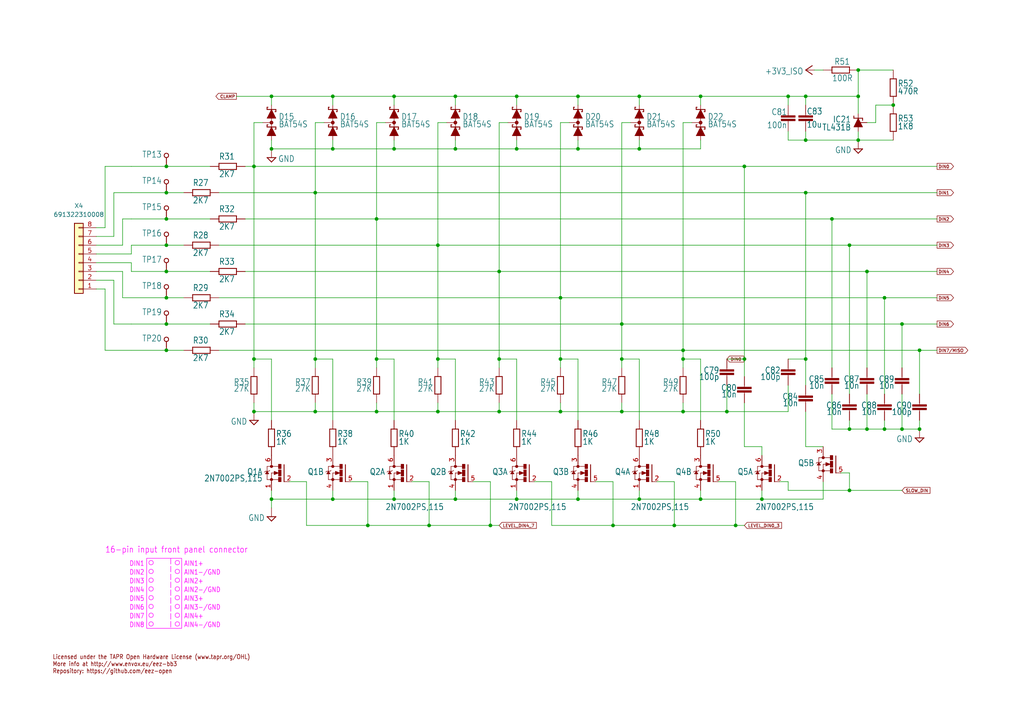
<source format=kicad_sch>
(kicad_sch (version 20230121) (generator eeschema)
  (paper "A4")
  (title_block (title "EEZ DIB MIO168") (date "2024-01-19") (rev "r3B1") (company "Envox d.o.o.") (comment 1 "https://www.envox.eu"))
  (junction (at 48.26 71.12))
  (junction (at 246.38 71.12))
  (junction (at 91.44 119.38))
  (junction (at 127 71.12))
  (junction (at 149.86 144.78))
  (junction (at 203.2 144.78))
  (junction (at 233.68 104.14))
  (junction (at 109.22 119.38))
  (junction (at 180.34 104.14))
  (junction (at 114.3 27.94))
  (junction (at 228.6 27.94))
  (junction (at 96.52 144.78))
  (junction (at 91.44 55.88))
  (junction (at 114.3 144.78))
  (junction (at 162.56 86.36))
  (junction (at 127 104.14))
  (junction (at 251.46 124.46))
  (junction (at 198.12 119.38))
  (junction (at 127 119.38))
  (junction (at 106.68 152.4))
  (junction (at 248.92 27.94))
  (junction (at 91.44 104.14))
  (junction (at 198.12 104.14))
  (junction (at 144.78 104.14))
  (junction (at 261.62 124.46))
  (junction (at 73.66 119.38))
  (junction (at 48.26 86.36))
  (junction (at 215.9 104.14))
  (junction (at 96.52 43.18))
  (junction (at 259.08 30.48))
  (junction (at 167.64 43.18))
  (junction (at 198.12 101.6))
  (junction (at 162.56 104.14))
  (junction (at 246.38 142.24))
  (junction (at 177.8 152.4))
  (junction (at 144.78 78.74))
  (junction (at 266.7 101.6))
  (junction (at 48.26 48.26))
  (junction (at 48.26 101.6))
  (junction (at 246.38 124.46))
  (junction (at 233.68 27.94))
  (junction (at 261.62 93.98))
  (junction (at 180.34 93.98))
  (junction (at 96.52 27.94))
  (junction (at 180.34 119.38))
  (junction (at 233.68 40.64))
  (junction (at 78.74 144.78))
  (junction (at 251.46 78.74))
  (junction (at 144.78 119.38))
  (junction (at 167.64 144.78))
  (junction (at 114.3 43.18))
  (junction (at 220.98 144.78))
  (junction (at 78.74 27.94))
  (junction (at 195.58 152.4))
  (junction (at 162.56 119.38))
  (junction (at 48.26 78.74))
  (junction (at 132.08 27.94))
  (junction (at 109.22 63.5))
  (junction (at 248.92 40.64))
  (junction (at 213.36 152.4))
  (junction (at 48.26 93.98))
  (junction (at 109.22 104.14))
  (junction (at 185.42 27.94))
  (junction (at 142.24 152.4))
  (junction (at 210.82 119.38))
  (junction (at 124.46 152.4))
  (junction (at 73.66 48.26))
  (junction (at 78.74 43.18))
  (junction (at 132.08 43.18))
  (junction (at 48.26 55.88))
  (junction (at 132.08 144.78))
  (junction (at 149.86 27.94))
  (junction (at 167.64 27.94))
  (junction (at 266.7 124.46))
  (junction (at 215.9 48.26))
  (junction (at 241.3 63.5))
  (junction (at 73.66 104.14))
  (junction (at 248.92 20.32))
  (junction (at 149.86 43.18))
  (junction (at 256.54 124.46))
  (junction (at 256.54 86.36))
  (junction (at 185.42 43.18))
  (junction (at 48.26 63.5))
  (junction (at 185.42 144.78))
  (junction (at 233.68 55.88))
  (junction (at 203.2 27.94))
  (wire (pts (xy 246.38 71.12) (xy 271.78 71.12)) (stroke (width 0.1524)))
  (wire (pts (xy 180.34 119.38) (xy 180.34 116.84)) (stroke (width 0.1524)))
  (wire (pts (xy 228.6 40.64) (xy 228.6 38.1)) (stroke (width 0.1524)))
  (wire (pts (xy 198.12 106.68) (xy 198.12 104.14)) (stroke (width 0.1524)))
  (wire (pts (xy 254 35.56) (xy 251.46 35.56)) (stroke (width 0.1524)))
  (wire (pts (xy 78.74 104.14) (xy 78.74 121.92)) (stroke (width 0.1524)))
  (wire (pts (xy 228.6 30.48) (xy 228.6 27.94)) (stroke (width 0.1524)))
  (wire (pts (xy 88.9 139.7) (xy 88.9 152.4)) (stroke (width 0.1524)))
  (wire (pts (xy 185.42 104.14) (xy 185.42 121.92)) (stroke (width 0.1524)))
  (wire (pts (xy 114.3 27.94) (xy 132.08 27.94)) (stroke (width 0.1524)))
  (wire (pts (xy 180.34 35.56) (xy 180.34 93.98)) (stroke (width 0.1524)))
  (wire (pts (xy 27.94 68.58) (xy 33.02 68.58)))
  (wire (pts (xy 233.68 27.94) (xy 248.92 27.94)) (stroke (width 0.1524)))
  (wire (pts (xy 266.7 101.6) (xy 198.12 101.6)) (stroke (width 0.1524)))
  (wire (pts (xy 246.38 114.3) (xy 246.38 71.12)) (stroke (width 0.1524)))
  (wire (pts (xy 215.9 109.22) (xy 215.9 104.14)) (stroke (width 0.1524)))
  (wire (pts (xy 248.92 20.32) (xy 259.08 20.32)) (stroke (width 0.1524)))
  (wire (pts (xy 132.08 43.18) (xy 132.08 40.64)) (stroke (width 0.1524)))
  (wire (pts (xy 38.1 86.36) (xy 48.26 86.36)) (stroke (width 0.1524)))
  (wire (pts (xy 167.64 104.14) (xy 167.64 121.92)) (stroke (width 0.1524)))
  (wire (pts (xy 91.44 55.88) (xy 63.5 55.88)) (stroke (width 0.1524)))
  (wire (pts (xy 149.86 27.94) (xy 167.64 27.94)) (stroke (width 0.1524)))
  (wire (pts (xy 144.78 35.56) (xy 144.78 78.74)) (stroke (width 0.1524)))
  (wire (pts (xy 27.94 83.82) (xy 30.48 83.82)))
  (wire (pts (xy 27.94 73.66) (xy 38.1 73.66)))
  (wire (pts (xy 27.94 81.28) (xy 33.02 81.28)))
  (wire (pts (xy 27.94 66.04) (xy 30.48 66.04)))
  (wire (pts (xy 198.12 101.6) (xy 63.5 101.6)) (stroke (width 0.1524)))
  (wire (pts (xy 248.92 27.94) (xy 248.92 33.02)) (stroke (width 0.1524)))
  (wire (pts (xy 38.1 78.74) (xy 48.26 78.74)) (stroke (width 0.1524)))
  (wire (pts (xy 233.68 129.54) (xy 238.76 129.54)) (stroke (width 0.1524)))
  (wire (pts (xy 246.38 137.16) (xy 246.38 142.24)))
  (wire (pts (xy 203.2 27.94) (xy 228.6 27.94)) (stroke (width 0.1524)))
  (wire (pts (xy 198.12 119.38) (xy 198.12 116.84)) (stroke (width 0.1524)))
  (wire (pts (xy 38.1 55.88) (xy 48.26 55.88)) (stroke (width 0.1524)))
  (wire (pts (xy 35.56 86.36) (xy 38.1 86.36)))
  (wire (pts (xy 33.02 93.98) (xy 38.1 93.98)))
  (wire (pts (xy 93.98 35.56) (xy 91.44 35.56)) (stroke (width 0.1524)))
  (wire (pts (xy 132.08 27.94) (xy 132.08 30.48)) (stroke (width 0.1524)))
  (wire (pts (xy 91.44 106.68) (xy 91.44 104.14)) (stroke (width 0.1524)))
  (wire (pts (xy 251.46 78.74) (xy 271.78 78.74)) (stroke (width 0.1524)))
  (wire (pts (xy 124.46 139.7) (xy 119.38 139.7)) (stroke (width 0.1524)))
  (wire (pts (xy 246.38 124.46) (xy 241.3 124.46)) (stroke (width 0.1524)))
  (wire (pts (xy 248.92 38.1) (xy 248.92 40.64)) (stroke (width 0.1524)))
  (wire (pts (xy 106.68 139.7) (xy 101.6 139.7)) (stroke (width 0.1524)))
  (wire (pts (xy 124.46 139.7) (xy 124.46 152.4)) (stroke (width 0.1524)))
  (wire (pts (xy 30.48 83.82) (xy 30.48 101.6)))
  (wire (pts (xy 106.68 152.4) (xy 88.9 152.4)) (stroke (width 0.1524)))
  (wire (pts (xy 78.74 43.18) (xy 96.52 43.18)) (stroke (width 0.1524)))
  (wire (pts (xy 33.02 81.28) (xy 33.02 93.98)))
  (wire (pts (xy 167.64 27.94) (xy 167.64 30.48)) (stroke (width 0.1524)))
  (wire (pts (xy 162.56 104.14) (xy 167.64 104.14)) (stroke (width 0.1524)))
  (wire (pts (xy 198.12 35.56) (xy 198.12 101.6)) (stroke (width 0.1524)))
  (wire (pts (xy 78.74 30.48) (xy 78.74 27.94)) (stroke (width 0.1524)))
  (wire (pts (xy 167.64 144.78) (xy 149.86 144.78)) (stroke (width 0.1524)))
  (wire (pts (xy 106.68 139.7) (xy 106.68 152.4)) (stroke (width 0.1524)))
  (wire (pts (xy 91.44 104.14) (xy 91.44 55.88)) (stroke (width 0.1524)))
  (wire (pts (xy 27.94 71.12) (xy 35.56 71.12)))
  (wire (pts (xy 198.12 104.14) (xy 198.12 101.6)) (stroke (width 0.1524)))
  (wire (pts (xy 127 119.38) (xy 127 116.84)) (stroke (width 0.1524)))
  (wire (pts (xy 38.1 63.5) (xy 48.26 63.5)) (stroke (width 0.1524)))
  (wire (pts (xy 38.1 71.12) (xy 38.1 73.66)))
  (wire (pts (xy 109.22 35.56) (xy 109.22 63.5)) (stroke (width 0.1524)))
  (wire (pts (xy 96.52 40.64) (xy 96.52 43.18)) (stroke (width 0.1524)))
  (wire (pts (xy 228.6 139.7) (xy 228.6 142.24)) (stroke (width 0.1524)))
  (wire (pts (xy 254 30.48) (xy 254 35.56)) (stroke (width 0.1524)))
  (wire (pts (xy 215.9 104.14) (xy 215.9 48.26)) (stroke (width 0.1524)))
  (wire (pts (xy 165.1 35.56) (xy 162.56 35.56)) (stroke (width 0.1524)))
  (wire (pts (xy 198.12 104.14) (xy 203.2 104.14)) (stroke (width 0.1524)))
  (wire (pts (xy 228.6 142.24) (xy 246.38 142.24)) (stroke (width 0.1524)))
  (wire (pts (xy 238.76 20.32) (xy 236.22 20.32)) (stroke (width 0.1524)))
  (wire (pts (xy 226.06 139.7) (xy 228.6 139.7)) (stroke (width 0.1524)))
  (wire (pts (xy 233.68 55.88) (xy 271.78 55.88)) (stroke (width 0.1524)))
  (wire (pts (xy 38.1 48.26) (xy 48.26 48.26)) (stroke (width 0.1524)))
  (wire (pts (xy 215.9 116.84) (xy 215.9 129.54)) (stroke (width 0.1524)))
  (wire (pts (xy 172.72 139.7) (xy 177.8 139.7)) (stroke (width 0.1524)))
  (wire (pts (xy 144.78 104.14) (xy 144.78 78.74)) (stroke (width 0.1524)))
  (wire (pts (xy 38.1 71.12) (xy 48.26 71.12)) (stroke (width 0.1524)))
  (wire (pts (xy 127 71.12) (xy 63.5 71.12)) (stroke (width 0.1524)))
  (wire (pts (xy 246.38 71.12) (xy 127 71.12)) (stroke (width 0.1524)))
  (wire (pts (xy 213.36 152.4) (xy 195.58 152.4)) (stroke (width 0.1524)))
  (wire (pts (xy 185.42 144.78) (xy 185.42 142.24)) (stroke (width 0.1524)))
  (wire (pts (xy 256.54 124.46) (xy 251.46 124.46)) (stroke (width 0.1524)))
  (wire (pts (xy 215.9 48.26) (xy 271.78 48.26)) (stroke (width 0.1524)))
  (wire (pts (xy 213.36 139.7) (xy 213.36 152.4)) (stroke (width 0.1524)))
  (wire (pts (xy 241.3 124.46) (xy 241.3 114.3)) (stroke (width 0.1524)))
  (wire (pts (xy 251.46 78.74) (xy 144.78 78.74)) (stroke (width 0.1524)))
  (wire (pts (xy 162.56 119.38) (xy 162.56 116.84)) (stroke (width 0.1524)))
  (wire (pts (xy 185.42 43.18) (xy 203.2 43.18)) (stroke (width 0.1524)))
  (wire (pts (xy 78.74 27.94) (xy 96.52 27.94)) (stroke (width 0.1524)))
  (wire (pts (xy 48.26 48.26) (xy 60.96 48.26)) (stroke (width 0.1524)))
  (wire (pts (xy 144.78 119.38) (xy 162.56 119.38)) (stroke (width 0.1524)))
  (wire (pts (xy 180.34 106.68) (xy 180.34 104.14)) (stroke (width 0.1524)))
  (wire (pts (xy 73.66 48.26) (xy 71.12 48.26)) (stroke (width 0.1524)))
  (wire (pts (xy 256.54 114.3) (xy 256.54 86.36)) (stroke (width 0.1524)))
  (wire (pts (xy 96.52 104.14) (xy 96.52 121.92)) (stroke (width 0.1524)))
  (wire (pts (xy 114.3 144.78) (xy 96.52 144.78)) (stroke (width 0.1524)))
  (wire (pts (xy 149.86 144.78) (xy 149.86 142.24)) (stroke (width 0.1524)))
  (wire (pts (xy 185.42 144.78) (xy 167.64 144.78)) (stroke (width 0.1524)))
  (polyline (pts (xy 49.53 161.925) (xy 49.53 182.245)) (stroke (width 0.1524) (type dash) (color 255 0 255 1)))
  (wire (pts (xy 259.08 40.64) (xy 248.92 40.64)) (stroke (width 0.1524)))
  (wire (pts (xy 124.46 152.4) (xy 106.68 152.4)) (stroke (width 0.1524)))
  (wire (pts (xy 162.56 106.68) (xy 162.56 104.14)) (stroke (width 0.1524)))
  (wire (pts (xy 48.26 86.36) (xy 53.34 86.36)) (stroke (width 0.1524)))
  (wire (pts (xy 114.3 104.14) (xy 114.3 121.92)) (stroke (width 0.1524)))
  (wire (pts (xy 144.78 119.38) (xy 144.78 116.84)) (stroke (width 0.1524)))
  (wire (pts (xy 73.66 104.14) (xy 73.66 48.26)) (stroke (width 0.1524)))
  (wire (pts (xy 256.54 86.36) (xy 162.56 86.36)) (stroke (width 0.1524)))
  (wire (pts (xy 195.58 139.7) (xy 195.58 152.4)) (stroke (width 0.1524)))
  (wire (pts (xy 114.3 43.18) (xy 114.3 40.64)) (stroke (width 0.1524)))
  (wire (pts (xy 30.48 101.6) (xy 38.1 101.6)))
  (wire (pts (xy 109.22 104.14) (xy 109.22 63.5)) (stroke (width 0.1524)))
  (wire (pts (xy 220.98 144.78) (xy 220.98 142.24)) (stroke (width 0.1524)))
  (wire (pts (xy 167.64 43.18) (xy 167.64 40.64)) (stroke (width 0.1524)))
  (wire (pts (xy 261.62 124.46) (xy 256.54 124.46)) (stroke (width 0.1524)))
  (wire (pts (xy 132.08 104.14) (xy 132.08 121.92)) (stroke (width 0.1524)))
  (wire (pts (xy 88.9 139.7) (xy 83.82 139.7)) (stroke (width 0.1524)))
  (wire (pts (xy 162.56 119.38) (xy 180.34 119.38)) (stroke (width 0.1524)))
  (wire (pts (xy 180.34 104.14) (xy 180.34 93.98)) (stroke (width 0.1524)))
  (wire (pts (xy 149.86 43.18) (xy 149.86 40.64)) (stroke (width 0.1524)))
  (wire (pts (xy 109.22 119.38) (xy 127 119.38)) (stroke (width 0.1524)))
  (wire (pts (xy 48.26 55.88) (xy 53.34 55.88)) (stroke (width 0.1524)))
  (wire (pts (xy 210.82 119.38) (xy 228.6 119.38)) (stroke (width 0.1524)))
  (wire (pts (xy 91.44 119.38) (xy 109.22 119.38)) (stroke (width 0.1524)))
  (wire (pts (xy 198.12 119.38) (xy 210.82 119.38)) (stroke (width 0.1524)))
  (wire (pts (xy 180.34 93.98) (xy 71.12 93.98)) (stroke (width 0.1524)))
  (wire (pts (xy 251.46 78.74) (xy 251.46 106.68)) (stroke (width 0.1524)))
  (wire (pts (xy 246.38 124.46) (xy 246.38 121.92)) (stroke (width 0.1524)))
  (wire (pts (xy 78.74 144.78) (xy 78.74 142.24)) (stroke (width 0.1524)))
  (wire (pts (xy 233.68 40.64) (xy 233.68 38.1)) (stroke (width 0.1524)))
  (wire (pts (xy 248.92 20.32) (xy 248.92 27.94)) (stroke (width 0.1524)))
  (wire (pts (xy 132.08 144.78) (xy 132.08 142.24)) (stroke (width 0.1524)))
  (wire (pts (xy 35.56 78.74) (xy 35.56 86.36)))
  (wire (pts (xy 213.36 139.7) (xy 208.28 139.7)) (stroke (width 0.1524)))
  (wire (pts (xy 160.02 139.7) (xy 154.94 139.7)) (stroke (width 0.1524)))
  (wire (pts (xy 33.02 55.88) (xy 38.1 55.88)))
  (wire (pts (xy 177.8 152.4) (xy 160.02 152.4)) (stroke (width 0.1524)))
  (wire (pts (xy 132.08 27.94) (xy 149.86 27.94)) (stroke (width 0.1524)))
  (wire (pts (xy 238.76 144.78) (xy 238.76 139.7)) (stroke (width 0.1524)))
  (wire (pts (xy 132.08 43.18) (xy 149.86 43.18)) (stroke (width 0.1524)))
  (wire (pts (xy 149.86 104.14) (xy 149.86 121.92)) (stroke (width 0.1524)))
  (wire (pts (xy 96.52 30.48) (xy 96.52 27.94)) (stroke (width 0.1524)))
  (wire (pts (xy 241.3 106.68) (xy 241.3 63.5)) (stroke (width 0.1524)))
  (wire (pts (xy 248.92 40.64) (xy 233.68 40.64)) (stroke (width 0.1524)))
  (wire (pts (xy 215.9 104.14) (xy 210.82 104.14)) (stroke (width 0.1524)))
  (wire (pts (xy 251.46 124.46) (xy 251.46 114.3)) (stroke (width 0.1524)))
  (wire (pts (xy 149.86 43.18) (xy 167.64 43.18)) (stroke (width 0.1524)))
  (wire (pts (xy 142.24 152.4) (xy 124.46 152.4)) (stroke (width 0.1524)))
  (wire (pts (xy 30.48 48.26) (xy 38.1 48.26)))
  (wire (pts (xy 73.66 119.38) (xy 91.44 119.38)) (stroke (width 0.1524)))
  (wire (pts (xy 180.34 119.38) (xy 198.12 119.38)) (stroke (width 0.1524)))
  (wire (pts (xy 127 106.68) (xy 127 104.14)) (stroke (width 0.1524)))
  (wire (pts (xy 180.34 104.14) (xy 185.42 104.14)) (stroke (width 0.1524)))
  (wire (pts (xy 78.74 147.32) (xy 78.74 144.78)) (stroke (width 0.1524)))
  (wire (pts (xy 162.56 86.36) (xy 63.5 86.36)) (stroke (width 0.1524)))
  (wire (pts (xy 33.02 68.58) (xy 33.02 55.88)))
  (wire (pts (xy 48.26 101.6) (xy 53.34 101.6)) (stroke (width 0.1524)))
  (wire (pts (xy 48.26 93.98) (xy 60.96 93.98)) (stroke (width 0.1524)))
  (wire (pts (xy 266.7 121.92) (xy 266.7 124.46)) (stroke (width 0.1524)))
  (wire (pts (xy 266.7 114.3) (xy 266.7 101.6)) (stroke (width 0.1524)))
  (wire (pts (xy 73.66 35.56) (xy 73.66 48.26)) (stroke (width 0.1524)))
  (wire (pts (xy 185.42 27.94) (xy 203.2 27.94)) (stroke (width 0.1524)))
  (wire (pts (xy 147.32 35.56) (xy 144.78 35.56)) (stroke (width 0.1524)))
  (wire (pts (xy 142.24 152.4) (xy 144.78 152.4)) (stroke (width 0.1524)))
  (wire (pts (xy 228.6 27.94) (xy 233.68 27.94)) (stroke (width 0.1524)))
  (wire (pts (xy 114.3 144.78) (xy 114.3 142.24)) (stroke (width 0.1524)))
  (wire (pts (xy 233.68 55.88) (xy 91.44 55.88)) (stroke (width 0.1524)))
  (wire (pts (xy 96.52 43.18) (xy 114.3 43.18)) (stroke (width 0.1524)))
  (wire (pts (xy 48.26 71.12) (xy 53.34 71.12)) (stroke (width 0.1524)))
  (wire (pts (xy 203.2 43.18) (xy 203.2 40.64)) (stroke (width 0.1524)))
  (wire (pts (xy 27.94 76.2) (xy 38.1 76.2)))
  (wire (pts (xy 114.3 30.48) (xy 114.3 27.94)) (stroke (width 0.1524)))
  (wire (pts (xy 129.54 35.56) (xy 127 35.56)) (stroke (width 0.1524)))
  (wire (pts (xy 215.9 129.54) (xy 220.98 129.54)) (stroke (width 0.1524)))
  (wire (pts (xy 261.62 124.46) (xy 261.62 114.3)) (stroke (width 0.1524)))
  (wire (pts (xy 261.62 93.98) (xy 261.62 106.68)) (stroke (width 0.1524)))
  (wire (pts (xy 266.7 101.6) (xy 271.78 101.6)) (stroke (width 0.1524)))
  (wire (pts (xy 144.78 106.68) (xy 144.78 104.14)) (stroke (width 0.1524)))
  (wire (pts (xy 266.7 124.46) (xy 261.62 124.46)) (stroke (width 0.1524)))
  (wire (pts (xy 30.48 66.04) (xy 30.48 48.26)))
  (wire (pts (xy 96.52 27.94) (xy 114.3 27.94)) (stroke (width 0.1524)))
  (wire (pts (xy 185.42 27.94) (xy 185.42 30.48)) (stroke (width 0.1524)))
  (wire (pts (xy 38.1 93.98) (xy 48.26 93.98)) (stroke (width 0.1524)))
  (wire (pts (xy 149.86 144.78) (xy 132.08 144.78)) (stroke (width 0.1524)))
  (wire (pts (xy 48.26 78.74) (xy 60.96 78.74)) (stroke (width 0.1524)))
  (wire (pts (xy 233.68 111.76) (xy 233.68 104.14)) (stroke (width 0.1524)))
  (wire (pts (xy 203.2 142.24) (xy 203.2 144.78)) (stroke (width 0.1524)))
  (wire (pts (xy 91.44 104.14) (xy 96.52 104.14)) (stroke (width 0.1524)))
  (wire (pts (xy 182.88 35.56) (xy 180.34 35.56)) (stroke (width 0.1524)))
  (wire (pts (xy 109.22 104.14) (xy 114.3 104.14)) (stroke (width 0.1524)))
  (wire (pts (xy 91.44 55.88) (xy 91.44 35.56)) (stroke (width 0.1524)))
  (wire (pts (xy 228.6 104.14) (xy 233.68 104.14)) (stroke (width 0.1524)))
  (wire (pts (xy 256.54 86.36) (xy 271.78 86.36)) (stroke (width 0.1524)))
  (wire (pts (xy 233.68 104.14) (xy 233.68 55.88)) (stroke (width 0.1524)))
  (wire (pts (xy 127 35.56) (xy 127 71.12)) (stroke (width 0.1524)))
  (wire (pts (xy 215.9 48.26) (xy 73.66 48.26)) (stroke (width 0.1524)))
  (wire (pts (xy 149.86 27.94) (xy 149.86 30.48)) (stroke (width 0.1524)))
  (wire (pts (xy 167.64 144.78) (xy 167.64 142.24)) (stroke (width 0.1524)))
  (wire (pts (xy 167.64 43.18) (xy 185.42 43.18)) (stroke (width 0.1524)))
  (wire (pts (xy 160.02 139.7) (xy 160.02 152.4)) (stroke (width 0.1524)))
  (wire (pts (xy 241.3 63.5) (xy 271.78 63.5)) (stroke (width 0.1524)))
  (wire (pts (xy 246.38 142.24) (xy 261.62 142.24)) (stroke (width 0.1524)))
  (wire (pts (xy 111.76 35.56) (xy 109.22 35.56)) (stroke (width 0.1524)))
  (wire (pts (xy 73.66 104.14) (xy 78.74 104.14)) (stroke (width 0.1524)))
  (wire (pts (xy 73.66 106.68) (xy 73.66 104.14)) (stroke (width 0.1524)))
  (wire (pts (xy 109.22 106.68) (xy 109.22 104.14)) (stroke (width 0.1524)))
  (wire (pts (xy 76.2 35.56) (xy 73.66 35.56)) (stroke (width 0.1524)))
  (wire (pts (xy 127 119.38) (xy 144.78 119.38)) (stroke (width 0.1524)))
  (wire (pts (xy 35.56 63.5) (xy 38.1 63.5)))
  (wire (pts (xy 203.2 144.78) (xy 220.98 144.78)) (stroke (width 0.1524)))
  (wire (pts (xy 109.22 63.5) (xy 71.12 63.5)) (stroke (width 0.1524)))
  (wire (pts (xy 27.94 78.74) (xy 35.56 78.74)))
  (wire (pts (xy 127 104.14) (xy 132.08 104.14)) (stroke (width 0.1524)))
  (wire (pts (xy 261.62 93.98) (xy 180.34 93.98)) (stroke (width 0.1524)))
  (wire (pts (xy 35.56 71.12) (xy 35.56 63.5)))
  (wire (pts (xy 213.36 152.4) (xy 215.9 152.4)) (stroke (width 0.1524)))
  (wire (pts (xy 210.82 119.38) (xy 210.82 111.76)) (stroke (width 0.1524)))
  (wire (pts (xy 177.8 139.7) (xy 177.8 152.4)) (stroke (width 0.1524)))
  (wire (pts (xy 127 104.14) (xy 127 71.12)) (stroke (width 0.1524)))
  (wire (pts (xy 167.64 27.94) (xy 185.42 27.94)) (stroke (width 0.1524)))
  (wire (pts (xy 73.66 119.38) (xy 73.66 116.84)) (stroke (width 0.1524)))
  (wire (pts (xy 91.44 119.38) (xy 91.44 116.84)) (stroke (width 0.1524)))
  (wire (pts (xy 243.84 137.16) (xy 246.38 137.16)))
  (wire (pts (xy 78.74 27.94) (xy 68.58 27.94)) (stroke (width 0.1524)))
  (wire (pts (xy 78.74 40.64) (xy 78.74 43.18)) (stroke (width 0.1524)))
  (wire (pts (xy 220.98 129.54) (xy 220.98 132.08)) (stroke (width 0.1524)))
  (wire (pts (xy 241.3 63.5) (xy 109.22 63.5)) (stroke (width 0.1524)))
  (wire (pts (xy 96.52 144.78) (xy 96.52 142.24)) (stroke (width 0.1524)))
  (wire (pts (xy 142.24 139.7) (xy 137.16 139.7)) (stroke (width 0.1524)))
  (wire (pts (xy 233.68 30.48) (xy 233.68 27.94)) (stroke (width 0.1524)))
  (wire (pts (xy 48.26 63.5) (xy 60.96 63.5)) (stroke (width 0.1524)))
  (wire (pts (xy 203.2 104.14) (xy 203.2 121.92)) (stroke (width 0.1524)))
  (wire (pts (xy 261.62 93.98) (xy 271.78 93.98)) (stroke (width 0.1524)))
  (wire (pts (xy 233.68 40.64) (xy 228.6 40.64)) (stroke (width 0.1524)))
  (wire (pts (xy 132.08 144.78) (xy 114.3 144.78)) (stroke (width 0.1524)))
  (wire (pts (xy 96.52 144.78) (xy 78.74 144.78)) (stroke (width 0.1524)))
  (wire (pts (xy 256.54 124.46) (xy 256.54 121.92)) (stroke (width 0.1524)))
  (wire (pts (xy 144.78 78.74) (xy 71.12 78.74)) (stroke (width 0.1524)))
  (wire (pts (xy 259.08 30.48) (xy 254 30.48)) (stroke (width 0.1524)))
  (wire (pts (xy 114.3 43.18) (xy 132.08 43.18)) (stroke (width 0.1524)))
  (wire (pts (xy 195.58 139.7) (xy 190.5 139.7)) (stroke (width 0.1524)))
  (wire (pts (xy 228.6 119.38) (xy 228.6 111.76)) (stroke (width 0.1524)))
  (wire (pts (xy 251.46 124.46) (xy 246.38 124.46)) (stroke (width 0.1524)))
  (wire (pts (xy 203.2 27.94) (xy 203.2 30.48)) (stroke (width 0.1524)))
  (wire (pts (xy 109.22 119.38) (xy 109.22 116.84)) (stroke (width 0.1524)))
  (wire (pts (xy 233.68 119.38) (xy 233.68 129.54)) (stroke (width 0.1524)))
  (wire (pts (xy 195.58 152.4) (xy 177.8 152.4)) (stroke (width 0.1524)))
  (wire (pts (xy 144.78 104.14) (xy 149.86 104.14)) (stroke (width 0.1524)))
  (wire (pts (xy 203.2 144.78) (xy 185.42 144.78)) (stroke (width 0.1524)))
  (wire (pts (xy 220.98 144.78) (xy 238.76 144.78)) (stroke (width 0.1524)))
  (wire (pts (xy 38.1 101.6) (xy 48.26 101.6)) (stroke (width 0.1524)))
  (wire (pts (xy 38.1 76.2) (xy 38.1 78.74)))
  (wire (pts (xy 185.42 43.18) (xy 185.42 40.64)) (stroke (width 0.1524)))
  (wire (pts (xy 200.66 35.56) (xy 198.12 35.56)) (stroke (width 0.1524)))
  (wire (pts (xy 162.56 104.14) (xy 162.56 86.36)) (stroke (width 0.1524)))
  (wire (pts (xy 142.24 139.7) (xy 142.24 152.4)) (stroke (width 0.1524)))
  (wire (pts (xy 162.56 35.56) (xy 162.56 86.36)) (stroke (width 0.1524)))
  (circle (center 43.815 175.895) (radius 0.635) (stroke (width 0.1524) (color 255 0 255 1)))
  (circle (center 51.435 180.975) (radius 0.635) (stroke (width 0.1524) (color 255 0 255 1)))
  (circle (center 43.815 173.355) (radius 0.635) (stroke (width 0.1524) (color 255 0 255 1)))
  (circle (center 51.435 173.355) (radius 0.635) (stroke (width 0.1524) (color 255 0 255 1)))
  (circle (center 43.815 178.435) (radius 0.635) (stroke (width 0.1524) (color 255 0 255 1)))
  (circle (center 51.435 168.275) (radius 0.635) (stroke (width 0.1524) (color 255 0 255 1)))
  (circle (center 51.435 175.895) (radius 0.635) (stroke (width 0.1524) (color 255 0 255 1)))
  (circle (center 43.815 170.815) (radius 0.635) (stroke (width 0.1524) (color 255 0 255 1)))
  (circle (center 43.815 165.735) (radius 0.635) (stroke (width 0.1524) (color 255 0 255 1)))
  (circle (center 43.815 168.275) (radius 0.635) (stroke (width 0.1524) (color 255 0 255 1)))
  (circle (center 43.815 180.975) (radius 0.635) (stroke (width 0.1524) (color 255 0 255 1)))
  (rectangle (start 42.545 161.925) (end 52.705 182.245) (stroke (width 0) (color 255 0 255 1)))
  (circle (center 43.815 163.195) (radius 0.635) (stroke (width 0.1524) (color 255 0 255 1)))
  (circle (center 51.435 178.435) (radius 0.635) (stroke (width 0.1524) (color 255 0 255 1)))
  (circle (center 51.435 165.735) (radius 0.635) (stroke (width 0.1524) (color 255 0 255 1)))
  (circle (center 51.435 170.815) (radius 0.635) (stroke (width 0.1524) (color 255 0 255 1)))
  (circle (center 51.435 163.195) (radius 0.635) (stroke (width 0.1524) (color 255 0 255 1)))
  (text "DIN4" (at 41.91 172.085 0) (effects (font (size 1.4224 1.209)) (justify right bottom)))
  (text "Licensed under the TAPR Open Hardware License (www.tapr.org/OHL)\nMore info at http://www.envox.eu/eez-bb3\nRepository: https://github.com/eez-open" (at 15.24 195.58 0) (effects (font (size 1.27 1.0795)) (justify left bottom)))
  (text "AIN1-/GND" (at 53.34 167.005 0) (effects (font (size 1.4224 1.209)) (justify left bottom)))
  (text "DIN6" (at 41.91 177.165 0) (effects (font (size 1.4224 1.209)) (justify right bottom)))
  (text "AIN3+" (at 53.34 174.625 0) (effects (font (size 1.4224 1.209)) (justify left bottom)))
  (text "AIN3-/GND" (at 53.34 177.165 0) (effects (font (size 1.4224 1.209)) (justify left bottom)))
  (text "DIN2" (at 41.91 167.005 0) (effects (font (size 1.4224 1.209)) (justify right bottom)))
  (text "DIN3" (at 41.91 169.545 0) (effects (font (size 1.4224 1.209)) (justify right bottom)))
  (text "AIN1+" (at 53.34 164.465 0) (effects (font (size 1.4224 1.209)) (justify left bottom)))
  (text "AIN4-/GND" (at 53.34 182.245 0) (effects (font (size 1.4224 1.209)) (justify left bottom)))
  (text "DIN7" (at 41.91 179.705 0) (effects (font (size 1.4224 1.209)) (justify right bottom)))
  (text "16-pin input front panel connector" (at 30.48 160.655 0) (effects (font (size 1.778 1.5113)) (justify left bottom)))
  (text "AIN2+" (at 53.34 169.545 0) (effects (font (size 1.4224 1.209)) (justify left bottom)))
  (text "AIN4+" (at 53.34 179.705 0) (effects (font (size 1.4224 1.209)) (justify left bottom)))
  (text "DIN8" (at 41.91 182.245 0) (effects (font (size 1.4224 1.209)) (justify right bottom)))
  (text "DIN5" (at 41.91 174.625 0) (effects (font (size 1.4224 1.209)) (justify right bottom)))
  (text "AIN2-/GND" (at 53.34 172.085 0) (effects (font (size 1.4224 1.209)) (justify left bottom)))
  (text "DIN1" (at 41.91 164.465 0) (effects (font (size 1.4224 1.209)) (justify right bottom)))
  (global_label "SLOW_DIN" (shape input) (at 261.62 142.24 0) (effects (font (size 0.889 0.889))) (property "Intersheetrefs" "${INTERSHEET_REFS}" (effects hide)))
  (global_label "DIN0" (shape output) (at 271.78 48.26 0) (effects (font (size 0.889 0.889))) (property "Intersheetrefs" "${INTERSHEET_REFS}" (effects hide)))
  (global_label "DIN6" (shape output) (at 271.78 93.98 0) (effects (font (size 0.889 0.889))) (property "Intersheetrefs" "${INTERSHEET_REFS}" (effects hide)))
  (global_label "LEVEL_DIN0_3" (shape input) (at 215.9 152.4 0) (effects (font (size 0.889 0.889))) (property "Intersheetrefs" "${INTERSHEET_REFS}" (effects hide)))
  (global_label "DIN4" (shape output) (at 271.78 78.74 0) (effects (font (size 0.889 0.889))) (property "Intersheetrefs" "${INTERSHEET_REFS}" (effects hide)))
  (global_label "DIN2" (shape output) (at 271.78 63.5 0) (effects (font (size 0.889 0.889))) (property "Intersheetrefs" "${INTERSHEET_REFS}" (effects hide)))
  (global_label "DIN3" (shape output) (at 271.78 71.12 0) (effects (font (size 0.889 0.889))) (property "Intersheetrefs" "${INTERSHEET_REFS}" (effects hide)))
  (global_label "DIN5" (shape output) (at 271.78 86.36 0) (effects (font (size 0.889 0.889))) (property "Intersheetrefs" "${INTERSHEET_REFS}" (effects hide)))
  (global_label "DIN0" (shape bidirectional) (at 210.82 104.14 0) (effects (font (size 0.889 0.889))) (property "Intersheetrefs" "${INTERSHEET_REFS}" (effects hide)))
  (global_label "DIN1" (shape output) (at 271.78 55.88 0) (effects (font (size 0.889 0.889))) (property "Intersheetrefs" "${INTERSHEET_REFS}" (effects hide)))
  (global_label "LEVEL_DIN4_7" (shape input) (at 144.78 152.4 0) (effects (font (size 0.889 0.889))) (property "Intersheetrefs" "${INTERSHEET_REFS}" (effects hide)))
  (global_label "CLAMP" (shape output) (at 68.58 27.94 180) (effects (font (size 0.889 0.889))) (property "Intersheetrefs" "${INTERSHEET_REFS}" (effects hide)))
  (global_label "DIN7{slash}MISO" (shape output) (at 271.78 101.6 0) (effects (font (size 0.889 0.889))) (property "Intersheetrefs" "${INTERSHEET_REFS}" (effects hide)))
  (symbol (lib_id "PCM_EEZ_passives:C-EU") (at 215.9 111.76 0) (unit 1)
    (property "Reference" "C80" (at 213.741 111.506 0) (effects (font (size 1.778 1.5113)) (justify right top)))
    (property "Value" "10n" (at 213.741 113.411 0) (effects (font (size 1.778 1.5113)) (justify right top)))
    (property "Footprint" "PCM_EEZ_passives:C_0805_2012Metric" (effects hide))
    (property "DigiKey" "490-7194-1-ND " (effects hide))
    (property "Mouser" "710-885012207122" (effects hide))
    (property "TME" "CC0805KRX7R9103" (effects hide))
  )
  (symbol (lib_id "PCM_EEZ_discretes:BAT54SFILM") (at 167.64 35.56 90) (unit 1)
    (property "Reference" "D20" (at 169.672 34.8234 90) (effects (font (size 1.778 1.5113)) (justify right top)))
    (property "Value" "BAT54S" (at 169.672 36.9824 90) (effects (font (size 1.778 1.5113)) (justify right top)))
    (property "Footprint" "PCM_EEZ_SMD:SOT23-3" (effects hide))
    (property "DigiKey" "497-2522-1-ND" (effects hide))
    (property "Mouser" "511-BAT54SFILM" (effects hide))
    (property "TME" "BAT54SFILM" (effects hide))
  )
  (symbol (lib_id "PCM_EEZ_passives:R-EU") (at 58.42 101.6 0) (unit 1)
    (property "Reference" "R30" (at 55.88 99.695 0) (effects (font (size 1.778 1.5113)) (justify left bottom)))
    (property "Value" "2K7" (at 55.88 104.775 0) (effects (font (size 1.778 1.5113)) (justify left bottom)))
    (property "Footprint" "PCM_EEZ_passives:R_1206_3216Metric" (effects hide))
    (property "DigiKey" "311-2.70KFRCT-ND" (effects hide))
    (property "Mouser" "652-CR1206FX-2701ELF" (effects hide))
    (property "TME" "1206S4F2701T5E" (effects hide))
  )
  (symbol (lib_id "PCM_EEZ_passives:R-EU") (at 180.34 111.76 270) (mirror x) (unit 1)
    (property "Reference" "R47" (at 179.07 111.76 90) (effects (font (size 1.778 1.5113)) (justify right top)))
    (property "Value" "27K" (at 179.07 113.665 90) (effects (font (size 1.778 1.5113)) (justify right top)))
    (property "Footprint" "PCM_EEZ_passives:R_0805_2012Metric" (effects hide))
    (property "DigiKey" "A126356CT-ND" (effects hide))
    (property "Mouser" "279-CRGCQ0805F27K" (effects hide))
    (property "TME" "0805S8F2702T5E" (effects hide))
  )
  (symbol (lib_id "PCM_EEZ_discretes:BAT54SFILM") (at 96.52 35.56 90) (unit 1)
    (property "Reference" "D16" (at 98.552 34.8234 90) (effects (font (size 1.778 1.5113)) (justify right top)))
    (property "Value" "BAT54S" (at 98.552 36.9824 90) (effects (font (size 1.778 1.5113)) (justify right top)))
    (property "Footprint" "PCM_EEZ_SMD:SOT23-3" (effects hide))
    (property "DigiKey" "497-2522-1-ND" (effects hide))
    (property "Mouser" "511-BAT54SFILM" (effects hide))
    (property "TME" "BAT54SFILM" (effects hide))
  )
  (symbol (lib_id "PCM_EEZ_discretes:2N7002PS,115") (at 152.4 137.16 0) (mirror y) (unit 1)
    (property "Reference" "Q3" (at 147.32 137.795 0) (effects (font (size 1.778 1.5113)) (justify left bottom)))
    (property "Value" "2N7002PS,115" (at 147.32 146.05 0) (effects (font (size 1.778 1.5113)) (justify right top)))
    (property "Footprint" "PCM_EEZ_SMD:SC88" (effects hide))
    (property "DigiKey" "1727-4791-2-ND" (effects hide))
    (property "Mouser" "771-2N7002PS-115" (effects hide))
    (property "TME" "2N7002PS.115" (effects hide))
  )
  (symbol (lib_id "PCM_EEZ_passives:R-EU") (at 259.08 25.4 270) (unit 1)
    (property "Reference" "R52" (at 260.35 25.1714 90) (effects (font (size 1.778 1.5113)) (justify left bottom)))
    (property "Value" "470R" (at 260.35 27.432 90) (effects (font (size 1.778 1.5113)) (justify left bottom)))
    (property "Footprint" "PCM_EEZ_passives:R_0805_2012Metric" (effects hide))
    (property "DigiKey" "311-470CRCT-ND" (effects hide))
    (property "Mouser" "71-CRCW0805470RFKEB" (effects hide))
    (property "TME" "RC0805FR-07470R" (effects hide))
  )
  (symbol (lib_id "PCM_EEZ_discretes:BAT54SFILM") (at 185.42 35.56 90) (unit 1)
    (property "Reference" "D21" (at 187.452 34.8234 90) (effects (font (size 1.778 1.5113)) (justify right top)))
    (property "Value" "BAT54S" (at 187.452 36.9824 90) (effects (font (size 1.778 1.5113)) (justify right top)))
    (property "Footprint" "PCM_EEZ_SMD:SOT23-3" (effects hide))
    (property "DigiKey" "497-2522-1-ND" (effects hide))
    (property "Mouser" "511-BAT54SFILM" (effects hide))
    (property "TME" "BAT54SFILM" (effects hide))
  )
  (symbol (lib_id "PCM_EEZ_unsorted:PCB test point") (at 48.26 60.96 90) (unit 1) (in_bom no)
    (property "Reference" "TP15" (at 46.99 59.055 90) (effects (font (size 1.778 1.5113)) (justify left bottom)))
    (property "Value" "PCB_TEST_TABSHIELD" (effects hide))
    (property "Footprint" "PCM_EEZ_THT:Testhole 24_50mils" (effects hide))
  )
  (symbol (lib_id "PCM_EEZ_unsorted:PCB test point") (at 48.26 76.2 90) (unit 1) (in_bom no)
    (property "Reference" "TP17" (at 46.99 74.295 90) (effects (font (size 1.778 1.5113)) (justify left bottom)))
    (property "Value" "PCB_TEST_TABSHIELD" (effects hide))
    (property "Footprint" "PCM_EEZ_THT:Testhole 24_50mils" (effects hide))
  )
  (symbol (lib_id "PCM_EEZ_discretes:BAT54SFILM") (at 149.86 35.56 90) (unit 1)
    (property "Reference" "D19" (at 151.892 34.8234 90) (effects (font (size 1.778 1.5113)) (justify right top)))
    (property "Value" "BAT54S" (at 151.892 36.9824 90) (effects (font (size 1.778 1.5113)) (justify right top)))
    (property "Footprint" "PCM_EEZ_SMD:SOT23-3" (effects hide))
    (property "DigiKey" "497-2522-1-ND" (effects hide))
    (property "Mouser" "511-BAT54SFILM" (effects hide))
    (property "TME" "BAT54SFILM" (effects hide))
  )
  (symbol (lib_id "PCM_EEZ_passives:R-EU") (at 167.64 127 270) (unit 1)
    (property "Reference" "R46" (at 168.91 126.7714 90) (effects (font (size 1.778 1.5113)) (justify left bottom)))
    (property "Value" "1K" (at 168.91 129.032 90) (effects (font (size 1.778 1.5113)) (justify left bottom)))
    (property "Footprint" "PCM_EEZ_passives:R_0805_2012Metric" (effects hide))
    (property "DigiKey" "RC0805FR-071KL" (effects hide))
    (property "Mouser" "603-RC0805FR-071KL" (effects hide))
    (property "TME" "RC0805FR-071K" (effects hide))
  )
  (symbol (lib_id "PCM_EEZ_passives:C-EU") (at 266.7 116.84 0) (unit 1)
    (property "Reference" "C90" (at 264.541 116.586 0) (effects (font (size 1.778 1.5113)) (justify right top)))
    (property "Value" "100p" (at 264.541 118.491 0) (effects (font (size 1.778 1.5113)) (justify right top)))
    (property "Footprint" "PCM_EEZ_passives:C_0805_2012Metric" (effects hide))
    (property "DigiKey" "399-15000-1-ND" (effects hide))
    (property "Mouser" "80-C0805C101K5G" (effects hide))
    (property "TME" "CL21C101JBANNNC" (effects hide))
  )
  (symbol (lib_id "PCM_EEZ_passives:R-EU") (at 73.66 111.76 270) (mirror x) (unit 1)
    (property "Reference" "R35" (at 72.39 111.76 90) (effects (font (size 1.778 1.5113)) (justify right top)))
    (property "Value" "27K" (at 72.39 113.665 90) (effects (font (size 1.778 1.5113)) (justify right top)))
    (property "Footprint" "PCM_EEZ_passives:R_0805_2012Metric" (effects hide))
    (property "DigiKey" "A126356CT-ND" (effects hide))
    (property "Mouser" "279-CRGCQ0805F27K" (effects hide))
    (property "TME" "0805S8F2702T5E" (effects hide))
  )
  (symbol (lib_id "PCM_EEZ_unsorted:PCB test point") (at 48.26 53.34 90) (unit 1) (in_bom no)
    (property "Reference" "TP14" (at 46.99 51.435 90) (effects (font (size 1.778 1.5113)) (justify left bottom)))
    (property "Value" "PCB_TEST_TABSHIELD" (effects hide))
    (property "Footprint" "PCM_EEZ_THT:Testhole 24_50mils" (effects hide))
  )
  (symbol (lib_id "PCM_EEZ_passives:C-EU") (at 233.68 114.3 0) (unit 1)
    (property "Reference" "C84" (at 231.521 114.046 0) (effects (font (size 1.778 1.5113)) (justify right top)))
    (property "Value" "10n" (at 231.521 115.951 0) (effects (font (size 1.778 1.5113)) (justify right top)))
    (property "Footprint" "PCM_EEZ_passives:C_0805_2012Metric" (effects hide))
    (property "DigiKey" "490-7194-1-ND " (effects hide))
    (property "Mouser" "710-885012207122" (effects hide))
    (property "TME" "CC0805KRX7R9103" (effects hide))
  )
  (symbol (lib_id "PCM_EEZ_passives:C-EU") (at 228.6 106.68 0) (unit 1)
    (property "Reference" "C82" (at 226.441 106.426 0) (effects (font (size 1.778 1.5113)) (justify right top)))
    (property "Value" "100p" (at 226.441 108.331 0) (effects (font (size 1.778 1.5113)) (justify right top)))
    (property "Footprint" "PCM_EEZ_passives:C_0805_2012Metric" (effects hide))
    (property "DigiKey" "399-15000-1-ND" (effects hide))
    (property "Mouser" "80-C0805C101K5G" (effects hide))
    (property "TME" "CL21C101JBANNNC" (effects hide))
  )
  (symbol (lib_id "PCM_EEZ_symbols:GND") (at 73.66 121.92 0) (unit 1)
    (property "Reference" "#SUPPLY054" (effects hide))
    (property "Value" "GND" (at 71.755 121.285 0) (effects (font (size 1.778 1.5113)) (justify right top)))
  )
  (symbol (lib_id "PCM_EEZ_discretes:BAT54SFILM") (at 114.3 35.56 90) (unit 1)
    (property "Reference" "D17" (at 116.332 34.8234 90) (effects (font (size 1.778 1.5113)) (justify right top)))
    (property "Value" "BAT54S" (at 116.332 36.9824 90) (effects (font (size 1.778 1.5113)) (justify right top)))
    (property "Footprint" "PCM_EEZ_SMD:SOT23-3" (effects hide))
    (property "DigiKey" "497-2522-1-ND" (effects hide))
    (property "Mouser" "511-BAT54SFILM" (effects hide))
    (property "TME" "BAT54SFILM" (effects hide))
  )
  (symbol (lib_id "PCM_EEZ_passives:C-EU") (at 241.3 109.22 0) (unit 1)
    (property "Reference" "C85" (at 239.141 108.966 0) (effects (font (size 1.778 1.5113)) (justify right top)))
    (property "Value" "10n" (at 239.141 110.871 0) (effects (font (size 1.778 1.5113)) (justify right top)))
    (property "Footprint" "PCM_EEZ_passives:C_0805_2012Metric" (effects hide))
    (property "DigiKey" "490-7194-1-ND " (effects hide))
    (property "Mouser" "710-885012207122" (effects hide))
    (property "TME" "CC0805KRX7R9103" (effects hide))
  )
  (symbol (lib_id "PCM_EEZ_passives:R-EU") (at 198.12 111.76 270) (mirror x) (unit 1)
    (property "Reference" "R49" (at 196.85 111.76 90) (effects (font (size 1.778 1.5113)) (justify right top)))
    (property "Value" "27K" (at 196.85 113.665 90) (effects (font (size 1.778 1.5113)) (justify right top)))
    (property "Footprint" "PCM_EEZ_passives:R_0805_2012Metric" (effects hide))
    (property "DigiKey" "A126356CT-ND" (effects hide))
    (property "Mouser" "279-CRGCQ0805F27K" (effects hide))
    (property "TME" "0805S8F2702T5E" (effects hide))
  )
  (symbol (lib_id "PCM_EEZ_passives:C-EU") (at 261.62 109.22 0) (unit 1)
    (property "Reference" "C89" (at 259.461 108.966 0) (effects (font (size 1.778 1.5113)) (justify right top)))
    (property "Value" "10n" (at 259.461 110.871 0) (effects (font (size 1.778 1.5113)) (justify right top)))
    (property "Footprint" "PCM_EEZ_passives:C_0805_2012Metric" (effects hide))
    (property "DigiKey" "490-7194-1-ND " (effects hide))
    (property "Mouser" "710-885012207122" (effects hide))
    (property "TME" "CC0805KRX7R9103" (effects hide))
  )
  (symbol (lib_id "PCM_EEZ_discretes:BAT54SFILM") (at 78.74 35.56 90) (unit 1)
    (property "Reference" "D15" (at 80.772 34.8234 90) (effects (font (size 1.778 1.5113)) (justify right top)))
    (property "Value" "BAT54S" (at 80.772 36.9824 90) (effects (font (size 1.778 1.5113)) (justify right top)))
    (property "Footprint" "PCM_EEZ_SMD:SOT23-3" (effects hide))
    (property "DigiKey" "497-2522-1-ND" (effects hide))
    (property "Mouser" "511-BAT54SFILM" (effects hide))
    (property "TME" "BAT54SFILM" (effects hide))
  )
  (symbol (lib_id "PCM_EEZ_discretes:2N7002PS,115") (at 223.52 137.16 0) (mirror y) (unit 1)
    (property "Reference" "Q5" (at 218.44 137.795 0) (effects (font (size 1.778 1.5113)) (justify left bottom)))
    (property "Value" "2N7002PS,115" (at 219.075 146.05 0) (effects (font (size 1.778 1.5113)) (justify right top)))
    (property "Footprint" "PCM_EEZ_SMD:SC88" (effects hide))
    (property "DigiKey" "1727-4791-2-ND" (effects hide))
    (property "Mouser" "771-2N7002PS-115" (effects hide))
    (property "TME" "2N7002PS.115" (effects hide))
  )
  (symbol (lib_id "PCM_EEZ_discretes:2N7002PS,115") (at 241.3 134.62 0) (mirror y) (unit 2)
    (property "Reference" "Q5" (at 236.22 135.255 0) (effects (font (size 1.778 1.5113)) (justify left bottom)))
    (property "Value" "2N7002PS,115" (effects hide))
    (property "Footprint" "PCM_EEZ_SMD:SC88" (effects hide))
    (property "DigiKey" "1727-4791-2-ND" (effects hide))
    (property "Mouser" "771-2N7002PS-115" (effects hide))
    (property "TME" "2N7002PS.115" (effects hide))
  )
  (symbol (lib_id "PCM_EEZ_discretes:2N7002PS,115") (at 187.96 137.16 0) (mirror y) (unit 1)
    (property "Reference" "Q4" (at 182.88 137.795 0) (effects (font (size 1.778 1.5113)) (justify left bottom)))
    (property "Value" "2N7002PS,115" (at 182.88 146.05 0) (effects (font (size 1.778 1.5113)) (justify right top)))
    (property "Footprint" "PCM_EEZ_SMD:SC88" (effects hide))
    (property "DigiKey" "1727-4791-2-ND" (effects hide))
    (property "Mouser" "771-2N7002PS-115" (effects hide))
    (property "TME" "2N7002PS.115" (effects hide))
  )
  (symbol (lib_id "PCM_EEZ_passives:R-EU") (at 114.3 127 270) (unit 1)
    (property "Reference" "R40" (at 115.57 126.7714 90) (effects (font (size 1.778 1.5113)) (justify left bottom)))
    (property "Value" "1K" (at 115.57 129.032 90) (effects (font (size 1.778 1.5113)) (justify left bottom)))
    (property "Footprint" "PCM_EEZ_passives:R_0805_2012Metric" (effects hide))
    (property "DigiKey" "RC0805FR-071KL" (effects hide))
    (property "Mouser" "603-RC0805FR-071KL" (effects hide))
    (property "TME" "RC0805FR-071K" (effects hide))
  )
  (symbol (lib_id "PCM_EEZ_passives:R-EU") (at 58.42 71.12 0) (unit 1)
    (property "Reference" "R28" (at 55.88 69.215 0) (effects (font (size 1.778 1.5113)) (justify left bottom)))
    (property "Value" "2K7" (at 55.88 74.295 0) (effects (font (size 1.778 1.5113)) (justify left bottom)))
    (property "Footprint" "PCM_EEZ_passives:R_1206_3216Metric" (effects hide))
    (property "DigiKey" "311-2.70KFRCT-ND" (effects hide))
    (property "Mouser" "652-CR1206FX-2701ELF" (effects hide))
    (property "TME" "1206S4F2701T5E" (effects hide))
  )
  (symbol (lib_id "PCM_EEZ_discretes:2N7002PS,115") (at 205.74 137.16 0) (mirror y) (unit 2)
    (property "Reference" "Q4" (at 200.66 137.795 0) (effects (font (size 1.778 1.5113)) (justify left bottom)))
    (property "Value" "2N7002PS,115" (effects hide))
    (property "Footprint" "PCM_EEZ_SMD:SC88" (effects hide))
    (property "DigiKey" "1727-4791-2-ND" (effects hide))
    (property "Mouser" "771-2N7002PS-115" (effects hide))
    (property "TME" "2N7002PS.115" (effects hide))
  )
  (symbol (lib_id "PCM_EEZ_passives:C-EU") (at 233.68 33.02 0) (unit 1)
    (property "Reference" "C83" (at 233.934 33.274 0) (effects (font (size 1.778 1.5113)) (justify left bottom)))
    (property "Value" "10u" (at 233.934 37.084 0) (effects (font (size 1.778 1.5113)) (justify left bottom)))
    (property "Footprint" "PCM_EEZ_passives:C_1206_3216Metric" (effects hide))
    (property "DigiKey" "1276-2872-1-ND" (effects hide))
    (property "Mouser" "810-CGA4J1X7S1C106KA" (effects hide))
    (property "TME" "CL21A106KOQNNNG" (effects hide))
  )
  (symbol (lib_id "PCM_EEZ_unsorted:PCB test point") (at 48.26 91.44 90) (unit 1) (in_bom no)
    (property "Reference" "TP19" (at 46.99 89.535 90) (effects (font (size 1.778 1.5113)) (justify left bottom)))
    (property "Value" "PCB_TEST_TABSHIELD" (effects hide))
    (property "Footprint" "PCM_EEZ_THT:Testhole 24_50mils" (effects hide))
  )
  (symbol (lib_id "PCM_EEZ_unsorted:PCB test point") (at 48.26 45.72 90) (unit 1) (in_bom no)
    (property "Reference" "TP13" (at 46.99 43.815 90) (effects (font (size 1.778 1.5113)) (justify left bottom)))
    (property "Value" "PCB_TEST_TABSHIELD" (effects hide))
    (property "Footprint" "PCM_EEZ_THT:Testhole 24_50mils" (effects hide))
  )
  (symbol (lib_id "PCM_EEZ_discretes:2N7002PS,115") (at 99.06 137.16 0) (mirror y) (unit 2)
    (property "Reference" "Q1" (at 93.98 137.795 0) (effects (font (size 1.778 1.5113)) (justify left bottom)))
    (property "Value" "2N7002PS,115" (effects hide))
    (property "Footprint" "PCM_EEZ_SMD:SC88" (effects hide))
    (property "DigiKey" "1727-4791-2-ND" (effects hide))
    (property "Mouser" "771-2N7002PS-115" (effects hide))
    (property "TME" "2N7002PS.115" (effects hide))
  )
  (symbol (lib_id "PCM_EEZ_symbols:GND") (at 248.92 43.18 0) (unit 1)
    (property "Reference" "#SUPPLY057" (effects hide))
    (property "Value" "GND" (at 247.015 42.545 0) (effects (font (size 1.778 1.5113)) (justify right top)))
  )
  (symbol (lib_id "PCM_EEZ_passives:R-EU") (at 132.08 127 270) (unit 1)
    (property "Reference" "R42" (at 133.35 126.7714 90) (effects (font (size 1.778 1.5113)) (justify left bottom)))
    (property "Value" "1K" (at 133.35 129.032 90) (effects (font (size 1.778 1.5113)) (justify left bottom)))
    (property "Footprint" "PCM_EEZ_passives:R_0805_2012Metric" (effects hide))
    (property "DigiKey" "RC0805FR-071KL" (effects hide))
    (property "Mouser" "603-RC0805FR-071KL" (effects hide))
    (property "TME" "RC0805FR-071K" (effects hide))
  )
  (symbol (lib_id "PCM_EEZ_passives:R-EU") (at 144.78 111.76 270) (mirror x) (unit 1)
    (property "Reference" "R43" (at 143.51 111.76 90) (effects (font (size 1.778 1.5113)) (justify right top)))
    (property "Value" "27K" (at 143.51 113.665 90) (effects (font (size 1.778 1.5113)) (justify right top)))
    (property "Footprint" "PCM_EEZ_passives:R_0805_2012Metric" (effects hide))
    (property "DigiKey" "A126356CT-ND" (effects hide))
    (property "Mouser" "279-CRGCQ0805F27K" (effects hide))
    (property "TME" "0805S8F2702T5E" (effects hide))
  )
  (symbol (lib_id "PCM_EEZ_passives:C-EU") (at 246.38 116.84 0) (unit 1)
    (property "Reference" "C86" (at 244.221 116.586 0) (effects (font (size 1.778 1.5113)) (justify right top)))
    (property "Value" "10n" (at 244.221 118.491 0) (effects (font (size 1.778 1.5113)) (justify right top)))
    (property "Footprint" "PCM_EEZ_passives:C_0805_2012Metric" (effects hide))
    (property "DigiKey" "490-7194-1-ND " (effects hide))
    (property "Mouser" "710-885012207122" (effects hide))
    (property "TME" "CC0805KRX7R9103" (effects hide))
  )
  (symbol (lib_id "PCM_EEZ_discretes:2N7002PS,115") (at 116.84 137.16 0) (mirror y) (unit 1)
    (property "Reference" "Q2" (at 111.76 137.795 0) (effects (font (size 1.778 1.5113)) (justify left bottom)))
    (property "Value" "2N7002PS,115" (at 111.76 146.05 0) (effects (font (size 1.778 1.5113)) (justify right top)))
    (property "Footprint" "PCM_EEZ_SMD:SC88" (effects hide))
    (property "DigiKey" "1727-4791-2-ND" (effects hide))
    (property "Mouser" "771-2N7002PS-115" (effects hide))
    (property "TME" "2N7002PS.115" (effects hide))
  )
  (symbol (lib_id "PCM_EEZ_passives:R-EU") (at 109.22 111.76 270) (mirror x) (unit 1)
    (property "Reference" "R39" (at 107.95 111.76 90) (effects (font (size 1.778 1.5113)) (justify right top)))
    (property "Value" "27K" (at 107.95 113.665 90) (effects (font (size 1.778 1.5113)) (justify right top)))
    (property "Footprint" "PCM_EEZ_passives:R_0805_2012Metric" (effects hide))
    (property "DigiKey" "A126356CT-ND" (effects hide))
    (property "Mouser" "279-CRGCQ0805F27K" (effects hide))
    (property "TME" "0805S8F2702T5E" (effects hide))
  )
  (symbol (lib_id "PCM_EEZ_passives:R-EU") (at 66.04 78.74 0) (unit 1)
    (property "Reference" "R33" (at 63.5 76.835 0) (effects (font (size 1.778 1.5113)) (justify left bottom)))
    (property "Value" "2K7" (at 63.5 81.915 0) (effects (font (size 1.778 1.5113)) (justify left bottom)))
    (property "Footprint" "PCM_EEZ_passives:R_1206_3216Metric" (effects hide))
    (property "DigiKey" "311-2.70KFRCT-ND" (effects hide))
    (property "Mouser" "652-CR1206FX-2701ELF" (effects hide))
    (property "TME" "1206S4F2701T5E" (effects hide))
  )
  (symbol (lib_id "PCM_EEZ_discretes:2N7002PS,115") (at 134.62 137.16 0) (mirror y) (unit 2)
    (property "Reference" "Q2" (at 129.54 137.795 0) (effects (font (size 1.778 1.5113)) (justify left bottom)))
    (property "Value" "2N7002PS,115" (effects hide))
    (property "Footprint" "PCM_EEZ_SMD:SC88" (effects hide))
    (property "DigiKey" "1727-4791-2-ND" (effects hide))
    (property "Mouser" "771-2N7002PS-115" (effects hide))
    (property "TME" "2N7002PS.115" (effects hide))
  )
  (symbol (lib_id "PCM_EEZ_unsorted:PCB test point") (at 48.26 68.58 90) (unit 1) (in_bom no)
    (property "Reference" "TP16" (at 46.99 66.675 90) (effects (font (size 1.778 1.5113)) (justify left bottom)))
    (property "Value" "PCB_TEST_TABSHIELD" (effects hide))
    (property "Footprint" "PCM_EEZ_THT:Testhole 24_50mils" (effects hide))
  )
  (symbol (lib_id "PCM_EEZ_discretes:2N7002PS,115") (at 170.18 137.16 0) (mirror y) (unit 2)
    (property "Reference" "Q3" (at 165.1 137.795 0) (effects (font (size 1.778 1.5113)) (justify left bottom)))
    (property "Value" "2N7002PS,115" (effects hide))
    (property "Footprint" "PCM_EEZ_SMD:SC88" (effects hide))
    (property "DigiKey" "1727-4791-2-ND" (effects hide))
    (property "Mouser" "771-2N7002PS-115" (effects hide))
    (property "TME" "2N7002PS.115" (effects hide))
  )
  (symbol (lib_id "PCM_EEZ_discretes:2N7002PS,115") (at 81.28 137.16 0) (mirror y) (unit 1)
    (property "Reference" "Q1" (at 76.2 137.795 0) (effects (font (size 1.778 1.5113)) (justify left bottom)))
    (property "Value" "2N7002PS,115" (at 76.2 139.7 0) (effects (font (size 1.778 1.5113)) (justify left bottom)))
    (property "Footprint" "PCM_EEZ_SMD:SC88" (effects hide))
    (property "DigiKey" "1727-4791-2-ND" (effects hide))
    (property "Mouser" "771-2N7002PS-115" (effects hide))
    (property "TME" "2N7002PS.115" (effects hide))
  )
  (symbol (lib_id "PCM_EEZ_passives:R-EU") (at 66.04 93.98 0) (unit 1)
    (property "Reference" "R34" (at 63.5 92.075 0) (effects (font (size 1.778 1.5113)) (justify left bottom)))
    (property "Value" "2K7" (at 63.5 97.155 0) (effects (font (size 1.778 1.5113)) (justify left bottom)))
    (property "Footprint" "PCM_EEZ_passives:R_1206_3216Metric" (effects hide))
    (property "DigiKey" "311-2.70KFRCT-ND" (effects hide))
    (property "Mouser" "652-CR1206FX-2701ELF" (effects hide))
    (property "TME" "1206S4F2701T5E" (effects hide))
  )
  (symbol (lib_id "PCM_EEZ_symbols:GND") (at 78.74 45.72 0) (unit 1)
    (property "Reference" "#SUPPLY055" (effects hide))
    (property "Value" "GND" (at 80.645 45.085 0) (effects (font (size 1.778 1.5113)) (justify left top)))
  )
  (symbol (lib_id "PCM_EEZ_passives:R-EU") (at 96.52 127 270) (unit 1)
    (property "Reference" "R38" (at 97.79 126.7714 90) (effects (font (size 1.778 1.5113)) (justify left bottom)))
    (property "Value" "1K" (at 97.79 129.032 90) (effects (font (size 1.778 1.5113)) (justify left bottom)))
    (property "Footprint" "PCM_EEZ_passives:R_0805_2012Metric" (effects hide))
    (property "DigiKey" "RC0805FR-071KL" (effects hide))
    (property "Mouser" "603-RC0805FR-071KL" (effects hide))
    (property "TME" "RC0805FR-071K" (effects hide))
  )
  (symbol (lib_id "PCM_EEZ_passives:C-EU") (at 210.82 106.68 0) (unit 1)
    (property "Reference" "C79" (at 208.661 106.426 0) (effects (font (size 1.778 1.5113)) (justify right top)))
    (property "Value" "100p" (at 208.661 108.331 0) (effects (font (size 1.778 1.5113)) (justify right top)))
    (property "Footprint" "PCM_EEZ_passives:C_0805_2012Metric" (effects hide))
    (property "DigiKey" "399-15000-1-ND" (effects hide))
    (property "Mouser" "80-C0805C101K5G" (effects hide))
    (property "TME" "CL21C101JBANNNC" (effects hide))
  )
  (symbol (lib_id "PCM_EEZ_symbols:GND") (at 266.7 127 0) (unit 1)
    (property "Reference" "#SUPPLY058" (effects hide))
    (property "Value" "GND" (at 264.795 126.365 0) (effects (font (size 1.778 1.5113)) (justify right top)))
  )
  (symbol (lib_id "PCM_EEZ_passives:R-EU") (at 91.44 111.76 270) (mirror x) (unit 1)
    (property "Reference" "R37" (at 90.17 111.76 90) (effects (font (size 1.778 1.5113)) (justify right top)))
    (property "Value" "27K" (at 90.17 113.665 90) (effects (font (size 1.778 1.5113)) (justify right top)))
    (property "Footprint" "PCM_EEZ_passives:R_0805_2012Metric" (effects hide))
    (property "DigiKey" "A126356CT-ND" (effects hide))
    (property "Mouser" "279-CRGCQ0805F27K" (effects hide))
    (property "TME" "0805S8F2702T5E" (effects hide))
  )
  (symbol (lib_id "PCM_EEZ_discretes:BAT54SFILM") (at 132.08 35.56 90) (unit 1)
    (property "Reference" "D18" (at 134.112 34.8234 90) (effects (font (size 1.778 1.5113)) (justify right top)))
    (property "Value" "BAT54S" (at 134.112 36.9824 90) (effects (font (size 1.778 1.5113)) (justify right top)))
    (property "Footprint" "PCM_EEZ_SMD:SOT23-3" (effects hide))
    (property "DigiKey" "497-2522-1-ND" (effects hide))
    (property "Mouser" "511-BAT54SFILM" (effects hide))
    (property "TME" "BAT54SFILM" (effects hide))
  )
  (symbol (lib_id "PCM_EEZ_passives:C-EU") (at 251.46 109.22 0) (unit 1)
    (property "Reference" "C87" (at 249.301 108.966 0) (effects (font (size 1.778 1.5113)) (justify right top)))
    (property "Value" "10n" (at 249.301 110.871 0) (effects (font (size 1.778 1.5113)) (justify right top)))
    (property "Footprint" "PCM_EEZ_passives:C_0805_2012Metric" (effects hide))
    (property "DigiKey" "490-7194-1-ND " (effects hide))
    (property "Mouser" "710-885012207122" (effects hide))
    (property "TME" "CC0805KRX7R9103" (effects hide))
  )
  (symbol (lib_id "PCM_EEZ_symbols:GND") (at 78.74 149.86 0) (unit 1)
    (property "Reference" "#SUPPLY056" (effects hide))
    (property "Value" "GND" (at 76.835 149.225 0) (effects (font (size 1.778 1.5113)) (justify right top)))
  )
  (symbol (lib_id "PCM_EEZ_passives:R-EU") (at 243.84 20.32 0) (unit 1)
    (property "Reference" "R51" (at 241.935 18.8214 0) (effects (font (size 1.778 1.5113)) (justify left bottom)))
    (property "Value" "100R" (at 241.3 23.622 0) (effects (font (size 1.778 1.5113)) (justify left bottom)))
    (property "Footprint" "PCM_EEZ_passives:R_0805_2012Metric" (effects hide))
    (property "DigiKey" "311-100CRCT-ND" (effects hide))
    (property "Mouser" "652-CR0805FX-1000ELF" (effects hide))
    (property "TME" "0805S8F1000T5E" (effects hide))
  )
  (symbol (lib_id "PCM_EEZ_passives:R-EU") (at 185.42 127 270) (unit 1)
    (property "Reference" "R48" (at 186.69 126.7714 90) (effects (font (size 1.778 1.5113)) (justify left bottom)))
    (property "Value" "1K" (at 186.69 129.032 90) (effects (font (size 1.778 1.5113)) (justify left bottom)))
    (property "Footprint" "PCM_EEZ_passives:R_0805_2012Metric" (effects hide))
    (property "DigiKey" "RC0805FR-071KL" (effects hide))
    (property "Mouser" "603-RC0805FR-071KL" (effects hide))
    (property "TME" "RC0805FR-071K" (effects hide))
  )
  (symbol (lib_id "PCM_EEZ_unsorted:PCB test point") (at 48.26 99.06 90) (unit 1) (in_bom no)
    (property "Reference" "TP20" (at 46.99 97.155 90) (effects (font (size 1.778 1.5113)) (justify left bottom)))
    (property "Value" "PCB_TEST_TABSHIELD" (effects hide))
    (property "Footprint" "PCM_EEZ_THT:Testhole 24_50mils" (effects hide))
  )
  (symbol (lib_id "PCM_EEZ_passives:R-EU") (at 58.42 86.36 0) (unit 1)
    (property "Reference" "R29" (at 55.88 84.455 0) (effects (font (size 1.778 1.5113)) (justify left bottom)))
    (property "Value" "2K7" (at 55.88 89.535 0) (effects (font (size 1.778 1.5113)) (justify left bottom)))
    (property "Footprint" "PCM_EEZ_passives:R_1206_3216Metric" (effects hide))
    (property "DigiKey" "311-2.70KFRCT-ND" (effects hide))
    (property "Mouser" "652-CR1206FX-2701ELF" (effects hide))
    (property "TME" "1206S4F2701T5E" (effects hide))
  )
  (symbol (lib_id "PCM_EEZ_ICs:TL431") (at 248.92 35.56 0) (unit 1)
    (property "Reference" "IC21" (at 246.888 33.655 0) (effects (font (size 1.778 1.5113)) (justify right top)))
    (property "Value" "TL431B" (at 246.888 35.941 0) (effects (font (size 1.778 1.5113)) (justify right top)))
    (property "Footprint" "PCM_EEZ_SMD:SOT103P240X110-3N" (effects hide))
    (property "DigiKey" "296-17332-1-ND" (effects hide))
    (property "Mouser" "595-TL431IDBZR" (effects hide))
    (property "TME" "L431QDBZR.215" (effects hide))
  )
  (symbol (lib_id "PCM_EEZ_passives:C-EU") (at 228.6 33.02 0) (unit 1)
    (property "Reference" "C81" (at 228.346 31.496 0) (effects (font (size 1.778 1.5113)) (justify right top)))
    (property "Value" "100n" (at 228.346 35.306 0) (effects (font (size 1.778 1.5113)) (justify right top)))
    (property "Footprint" "PCM_EEZ_passives:C_0603_1608Metric" (effects hide))
    (property "DigiKey" "1276-1005-2-ND" (effects hide))
    (property "Mouser" "187-CL10B104KO8NNNC " (effects hide))
    (property "TME" "CL10B104KA8NNNC" (effects hide))
  )
  (symbol (lib_id "PCM_EEZ_unsorted:PCB test point") (at 48.26 83.82 90) (unit 1) (in_bom no)
    (property "Reference" "TP18" (at 46.99 81.915 90) (effects (font (size 1.778 1.5113)) (justify left bottom)))
    (property "Value" "PCB_TEST_TABSHIELD" (effects hide))
    (property "Footprint" "PCM_EEZ_THT:Testhole 24_50mils" (effects hide))
  )
  (symbol (lib_id "PCM_EEZ_passives:R-EU") (at 127 111.76 270) (mirror x) (unit 1)
    (property "Reference" "R41" (at 125.73 111.76 90) (effects (font (size 1.778 1.5113)) (justify right top)))
    (property "Value" "27K" (at 125.73 113.665 90) (effects (font (size 1.778 1.5113)) (justify right top)))
    (property "Footprint" "PCM_EEZ_passives:R_0805_2012Metric" (effects hide))
    (property "DigiKey" "A126356CT-ND" (effects hide))
    (property "Mouser" "279-CRGCQ0805F27K" (effects hide))
    (property "TME" "0805S8F2702T5E" (effects hide))
  )
  (symbol (lib_id "PCM_EEZ_passives:R-EU") (at 149.86 127 270) (unit 1)
    (property "Reference" "R44" (at 151.13 126.7714 90) (effects (font (size 1.778 1.5113)) (justify left bottom)))
    (property "Value" "1K" (at 151.13 129.032 90) (effects (font (size 1.778 1.5113)) (justify left bottom)))
    (property "Footprint" "PCM_EEZ_passives:R_0805_2012Metric" (effects hide))
    (property "DigiKey" "RC0805FR-071KL" (effects hide))
    (property "Mouser" "603-RC0805FR-071KL" (effects hide))
    (property "TME" "RC0805FR-071K" (effects hide))
  )
  (symbol (lib_id "PCM_EEZ_passives:C-EU") (at 256.54 116.84 0) (unit 1)
    (property "Reference" "C88" (at 254.381 116.586 0) (effects (font (size 1.778 1.5113)) (justify right top)))
    (property "Value" "10n" (at 254.381 118.491 0) (effects (font (size 1.778 1.5113)) (justify right top)))
    (property "Footprint" "PCM_EEZ_passives:C_0805_2012Metric" (effects hide))
    (property "DigiKey" "490-7194-1-ND " (effects hide))
    (property "Mouser" "710-885012207122" (effects hide))
    (property "TME" "CC0805KRX7R9103" (effects hide))
  )
  (symbol (lib_id "PCM_EEZ_symbols:+3V3_ISO") (at 236.22 20.32 90) (unit 1)
    (property "Reference" "#+3V3_ISO012" (effects hide))
    (property "Value" "+3V3_ISO" (at 233.045 19.685 90) (effects (font (size 1.778 1.5113)) (justify left bottom)))
  )
  (symbol (lib_id "PCM_EEZ_passives:R-EU") (at 259.08 35.56 270) (unit 1)
    (property "Reference" "R53" (at 260.35 35.3314 90) (effects (font (size 1.778 1.5113)) (justify left bottom)))
    (property "Value" "1K8" (at 260.35 37.592 90) (effects (font (size 1.778 1.5113)) (justify left bottom)))
    (property "Footprint" "PCM_EEZ_passives:R_0805_2012Metric" (effects hide))
    (property "DigiKey" "A129752CT-ND" (effects hide))
    (property "Mouser" "652-CR0805FX-1801ELF" (effects hide))
    (property "TME" "0805S8J0182T5E" (effects hide))
  )
  (symbol (lib_id "PCM_EEZ_discretes:BAT54SFILM") (at 203.2 35.56 90) (unit 1)
    (property "Reference" "D22" (at 205.232 34.8234 90) (effects (font (size 1.778 1.5113)) (justify right top)))
    (property "Value" "BAT54S" (at 205.232 36.9824 90) (effects (font (size 1.778 1.5113)) (justify right top)))
    (property "Footprint" "PCM_EEZ_SMD:SOT23-3" (effects hide))
    (property "DigiKey" "497-2522-1-ND" (effects hide))
    (property "Mouser" "511-BAT54SFILM" (effects hide))
    (property "TME" "BAT54SFILM" (effects hide))
  )
  (symbol (lib_id "PCM_EEZ_passives:R-EU") (at 162.56 111.76 270) (mirror x) (unit 1)
    (property "Reference" "R45" (at 161.29 111.76 90) (effects (font (size 1.778 1.5113)) (justify right top)))
    (property "Value" "27K" (at 161.29 113.665 90) (effects (font (size 1.778 1.5113)) (justify right top)))
    (property "Footprint" "PCM_EEZ_passives:R_0805_2012Metric" (effects hide))
    (property "DigiKey" "A126356CT-ND" (effects hide))
    (property "Mouser" "279-CRGCQ0805F27K" (effects hide))
    (property "TME" "0805S8F2702T5E" (effects hide))
  )
  (symbol (lib_id "PCM_EEZ_passives:R-EU") (at 78.74 127 270) (unit 1)
    (property "Reference" "R36" (at 80.01 126.7714 90) (effects (font (size 1.778 1.5113)) (justify left bottom)))
    (property "Value" "1K" (at 80.01 129.032 90) (effects (font (size 1.778 1.5113)) (justify left bottom)))
    (property "Footprint" "PCM_EEZ_passives:R_0805_2012Metric" (effects hide))
    (property "DigiKey" "RC0805FR-071KL" (effects hide))
    (property "Mouser" "603-RC0805FR-071KL" (effects hide))
    (property "TME" "RC0805FR-071K" (effects hide))
  )
  (symbol (lib_id "PCM_EEZ_passives:R-EU") (at 66.04 48.26 0) (unit 1)
    (property "Reference" "R31" (at 63.5 46.355 0) (effects (font (size 1.778 1.5113)) (justify left bottom)))
    (property "Value" "2K7" (at 63.5 51.435 0) (effects (font (size 1.778 1.5113)) (justify left bottom)))
    (property "Footprint" "PCM_EEZ_passives:R_1206_3216Metric" (effects hide))
    (property "DigiKey" "311-2.70KFRCT-ND" (effects hide))
    (property "Mouser" "652-CR1206FX-2701ELF" (effects hide))
    (property "TME" "1206S4F2701T5E" (effects hide))
  )
  (symbol (lib_id "PCM_EEZ_passives:R-EU") (at 203.2 127 270) (unit 1)
    (property "Reference" "R50" (at 204.47 126.7714 90) (effects (font (size 1.778 1.5113)) (justify left bottom)))
    (property "Value" "1K" (at 204.47 129.032 90) (effects (font (size 1.778 1.5113)) (justify left bottom)))
    (property "Footprint" "PCM_EEZ_passives:R_0805_2012Metric" (effects hide))
    (property "DigiKey" "RC0805FR-071KL" (effects hide))
    (property "Mouser" "603-RC0805FR-071KL" (effects hide))
    (property "TME" "RC0805FR-071K" (effects hide))
  )
  (symbol (lib_id "Connector_Generic:Conn_01x08") (at 22.86 76.2 180) (unit 1)
    (property "Reference" "X4" (at 22.86 59.69 0))
    (property "Value" "691322310008" (at 22.86 62.23 0))
    (property "Footprint" "PCM_EEZ_connectors:691322310008" (effects hide))
    (property "DigiKey" "732-2093-ND" (effects hide))
    (property "Mouser" "710-691322310008 " (effects hide))
    (property "TME" "-" (effects hide))
  )
  (symbol (lib_id "PCM_EEZ_passives:R-EU") (at 66.04 63.5 0) (unit 1)
    (property "Reference" "R32" (at 63.5 61.595 0) (effects (font (size 1.778 1.5113)) (justify left bottom)))
    (property "Value" "2K7" (at 63.5 66.675 0) (effects (font (size 1.778 1.5113)) (justify left bottom)))
    (property "Footprint" "PCM_EEZ_passives:R_1206_3216Metric" (effects hide))
    (property "DigiKey" "311-2.70KFRCT-ND" (effects hide))
    (property "Mouser" "652-CR1206FX-2701ELF" (effects hide))
    (property "TME" "1206S4F2701T5E" (effects hide))
  )
  (symbol (lib_id "PCM_EEZ_passives:R-EU") (at 58.42 55.88 0) (unit 1)
    (property "Reference" "R27" (at 55.88 53.975 0) (effects (font (size 1.778 1.5113)) (justify left bottom)))
    (property "Value" "2K7" (at 55.88 59.055 0) (effects (font (size 1.778 1.5113)) (justify left bottom)))
    (property "Footprint" "PCM_EEZ_passives:R_1206_3216Metric" (effects hide))
    (property "DigiKey" "311-2.70KFRCT-ND" (effects hide))
    (property "Mouser" "652-CR1206FX-2701ELF" (effects hide))
    (property "TME" "1206S4F2701T5E" (effects hide))
  )
)
</source>
